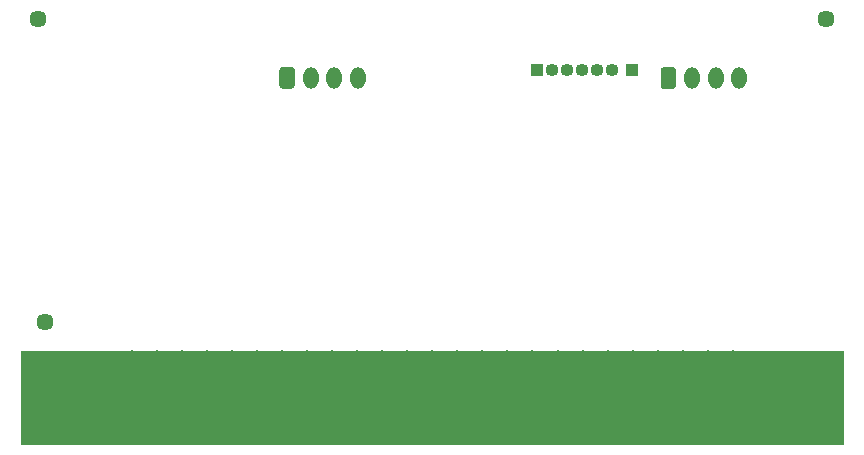
<source format=gbr>
%TF.GenerationSoftware,KiCad,Pcbnew,5.1.6+dfsg1-1~bpo10+1*%
%TF.CreationDate,2021-04-22T00:57:50+03:00*%
%TF.ProjectId,controller,636f6e74-726f-46c6-9c65-722e6b696361,rev?*%
%TF.SameCoordinates,PX3cfccb0PYa197300*%
%TF.FileFunction,Soldermask,Bot*%
%TF.FilePolarity,Negative*%
%FSLAX46Y46*%
G04 Gerber Fmt 4.6, Leading zero omitted, Abs format (unit mm)*
G04 Created by KiCad (PCBNEW 5.1.6+dfsg1-1~bpo10+1) date 2021-04-22 00:57:50*
%MOMM*%
%LPD*%
G01*
G04 APERTURE LIST*
%ADD10C,0.100000*%
%ADD11O,1.320000X6.760000*%
%ADD12C,4.400000*%
%ADD13R,1.100000X1.100000*%
%ADD14O,1.100000X1.100000*%
%ADD15O,1.300000X1.850000*%
%ADD16C,1.448000*%
G04 APERTURE END LIST*
D10*
%TO.C,J1*%
G36*
X50000Y50000D02*
G01*
X69640000Y50000D01*
X69640000Y7892000D01*
X50000Y7892000D01*
X50000Y50000D01*
G37*
X50000Y50000D02*
X69640000Y50000D01*
X69640000Y7892000D01*
X50000Y7892000D01*
X50000Y50000D01*
%TD*%
D11*
%TO.C,J1*%
X60300000Y4590000D03*
X58180000Y4590000D03*
X56060000Y4590000D03*
X53940000Y4590000D03*
X51820000Y4590000D03*
X49700000Y4590000D03*
X47580000Y4590000D03*
X45460000Y4590000D03*
X43340000Y4590000D03*
X41220000Y4590000D03*
X39100000Y4590000D03*
X36980000Y4590000D03*
X34860000Y4590000D03*
X32740000Y4590000D03*
X30620000Y4590000D03*
X28500000Y4590000D03*
X26380000Y4590000D03*
X24260000Y4590000D03*
X22140000Y4590000D03*
X20020000Y4590000D03*
X17900000Y4590000D03*
X15780000Y4590000D03*
X13660000Y4590000D03*
X11540000Y4590000D03*
X9420000Y4590000D03*
D12*
X64410000Y5060000D03*
X5410000Y5060000D03*
%TD*%
D13*
%TO.C,J4*%
X51801660Y31703420D03*
%TD*%
D14*
%TO.C,J6*%
X50078220Y31703420D03*
X48808220Y31703420D03*
X47538220Y31703420D03*
X46268220Y31703420D03*
X44998220Y31703420D03*
D13*
X43728220Y31703420D03*
%TD*%
D15*
%TO.C,J3*%
X28567480Y31004920D03*
X26567480Y31004920D03*
X24567480Y31004920D03*
G36*
G01*
X21917480Y30350752D02*
X21917480Y31659088D01*
G75*
G02*
X22188312Y31929920I270832J0D01*
G01*
X22946648Y31929920D01*
G75*
G02*
X23217480Y31659088I0J-270832D01*
G01*
X23217480Y30350752D01*
G75*
G02*
X22946648Y30079920I-270832J0D01*
G01*
X22188312Y30079920D01*
G75*
G02*
X21917480Y30350752I0J270832D01*
G01*
G37*
%TD*%
D16*
%TO.C,H3*%
X2054440Y10326780D03*
%TD*%
%TO.C,H2*%
X68183340Y35990940D03*
%TD*%
%TO.C,H1*%
X1488020Y36018880D03*
%TD*%
D15*
%TO.C,J2*%
X60840000Y30990000D03*
X58840000Y30990000D03*
X56840000Y30990000D03*
G36*
G01*
X54190000Y30335832D02*
X54190000Y31644168D01*
G75*
G02*
X54460832Y31915000I270832J0D01*
G01*
X55219168Y31915000D01*
G75*
G02*
X55490000Y31644168I0J-270832D01*
G01*
X55490000Y30335832D01*
G75*
G02*
X55219168Y30065000I-270832J0D01*
G01*
X54460832Y30065000D01*
G75*
G02*
X54190000Y30335832I0J270832D01*
G01*
G37*
%TD*%
M02*

</source>
